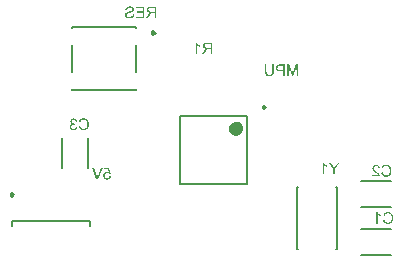
<source format=gbo>
G04*
G04 #@! TF.GenerationSoftware,Altium Limited,Altium Designer,23.7.1 (13)*
G04*
G04 Layer_Color=32896*
%FSLAX25Y25*%
%MOIN*%
G70*
G04*
G04 #@! TF.SameCoordinates,2AD03240-4C21-4CDD-82D0-605F0999EC7E*
G04*
G04*
G04 #@! TF.FilePolarity,Positive*
G04*
G01*
G75*
%ADD10C,0.00787*%
%ADD12C,0.00984*%
%ADD60C,0.02362*%
G36*
X35547Y53078D02*
X35103Y53016D01*
X35064Y53078D01*
X35014Y53127D01*
X34969Y53177D01*
X34925Y53216D01*
X34881Y53244D01*
X34847Y53272D01*
X34825Y53283D01*
X34820Y53288D01*
X34747Y53322D01*
X34675Y53349D01*
X34609Y53366D01*
X34542Y53383D01*
X34487Y53388D01*
X34442Y53394D01*
X34337D01*
X34270Y53383D01*
X34154Y53355D01*
X34054Y53316D01*
X33965Y53277D01*
X33898Y53233D01*
X33848Y53194D01*
X33821Y53166D01*
X33810Y53161D01*
Y53155D01*
X33732Y53061D01*
X33676Y52961D01*
X33637Y52855D01*
X33610Y52750D01*
X33593Y52661D01*
X33588Y52622D01*
Y52589D01*
X33582Y52561D01*
Y52539D01*
Y52528D01*
Y52522D01*
Y52445D01*
X33593Y52373D01*
X33621Y52234D01*
X33660Y52117D01*
X33698Y52023D01*
X33743Y51945D01*
X33782Y51884D01*
X33798Y51868D01*
X33810Y51851D01*
X33815Y51845D01*
X33821Y51840D01*
X33865Y51795D01*
X33909Y51757D01*
X34009Y51690D01*
X34104Y51646D01*
X34198Y51618D01*
X34276Y51596D01*
X34342Y51590D01*
X34365Y51585D01*
X34398D01*
X34503Y51590D01*
X34598Y51612D01*
X34681Y51640D01*
X34747Y51673D01*
X34808Y51707D01*
X34853Y51734D01*
X34875Y51757D01*
X34886Y51762D01*
X34953Y51840D01*
X35008Y51923D01*
X35053Y52017D01*
X35086Y52101D01*
X35108Y52184D01*
X35125Y52245D01*
X35130Y52273D01*
X35136Y52289D01*
Y52301D01*
Y52306D01*
X35630Y52267D01*
X35619Y52178D01*
X35602Y52095D01*
X35552Y51940D01*
X35491Y51806D01*
X35458Y51745D01*
X35425Y51696D01*
X35397Y51646D01*
X35364Y51601D01*
X35336Y51568D01*
X35308Y51540D01*
X35286Y51518D01*
X35275Y51496D01*
X35264Y51490D01*
X35258Y51485D01*
X35192Y51435D01*
X35125Y51390D01*
X35053Y51351D01*
X34981Y51318D01*
X34842Y51268D01*
X34703Y51235D01*
X34642Y51218D01*
X34581Y51213D01*
X34531Y51207D01*
X34487Y51202D01*
X34448Y51196D01*
X34398D01*
X34281Y51202D01*
X34170Y51218D01*
X34065Y51240D01*
X33970Y51268D01*
X33882Y51307D01*
X33798Y51346D01*
X33721Y51385D01*
X33654Y51429D01*
X33593Y51473D01*
X33538Y51512D01*
X33493Y51557D01*
X33454Y51590D01*
X33427Y51618D01*
X33404Y51640D01*
X33393Y51657D01*
X33388Y51662D01*
X33332Y51734D01*
X33288Y51812D01*
X33243Y51884D01*
X33210Y51962D01*
X33155Y52112D01*
X33121Y52256D01*
X33110Y52317D01*
X33099Y52378D01*
X33094Y52428D01*
X33088Y52473D01*
X33083Y52511D01*
Y52539D01*
Y52556D01*
Y52561D01*
X33088Y52661D01*
X33099Y52756D01*
X33116Y52850D01*
X33138Y52933D01*
X33166Y53011D01*
X33193Y53089D01*
X33227Y53155D01*
X33255Y53216D01*
X33288Y53272D01*
X33321Y53322D01*
X33349Y53360D01*
X33377Y53399D01*
X33399Y53427D01*
X33415Y53444D01*
X33427Y53455D01*
X33432Y53460D01*
X33499Y53522D01*
X33565Y53577D01*
X33637Y53621D01*
X33710Y53660D01*
X33782Y53699D01*
X33854Y53727D01*
X33987Y53766D01*
X34048Y53782D01*
X34104Y53793D01*
X34154Y53799D01*
X34198Y53804D01*
X34231Y53810D01*
X34353D01*
X34420Y53799D01*
X34553Y53771D01*
X34675Y53732D01*
X34786Y53688D01*
X34875Y53644D01*
X34914Y53621D01*
X34947Y53605D01*
X34975Y53588D01*
X34992Y53577D01*
X35003Y53571D01*
X35008Y53566D01*
X34803Y54604D01*
X33266D01*
Y55053D01*
X35175D01*
X35547Y53078D01*
D02*
G37*
G36*
X31362Y51263D02*
X30829D01*
X29331Y55103D01*
X29847D01*
X30890Y52312D01*
X30935Y52195D01*
X30974Y52084D01*
X31007Y51979D01*
X31034Y51884D01*
X31062Y51801D01*
X31079Y51740D01*
X31084Y51718D01*
X31090Y51701D01*
X31096Y51690D01*
Y51684D01*
X31162Y51906D01*
X31196Y52012D01*
X31229Y52106D01*
X31256Y52189D01*
X31268Y52223D01*
X31273Y52256D01*
X31284Y52278D01*
X31290Y52295D01*
X31295Y52306D01*
Y52312D01*
X32294Y55103D01*
X32849D01*
X31362Y51263D01*
D02*
G37*
G36*
X124139Y56065D02*
X124233Y56060D01*
X124322Y56043D01*
X124405Y56026D01*
X124483Y56004D01*
X124555Y55982D01*
X124622Y55954D01*
X124683Y55927D01*
X124738Y55899D01*
X124783Y55871D01*
X124821Y55849D01*
X124855Y55827D01*
X124883Y55810D01*
X124899Y55793D01*
X124910Y55788D01*
X124916Y55782D01*
X124971Y55727D01*
X125021Y55666D01*
X125071Y55599D01*
X125110Y55532D01*
X125177Y55399D01*
X125221Y55266D01*
X125238Y55205D01*
X125254Y55144D01*
X125266Y55094D01*
X125277Y55050D01*
X125282Y55011D01*
Y54983D01*
X125288Y54966D01*
Y54961D01*
X124805Y54911D01*
X124794Y55038D01*
X124772Y55150D01*
X124738Y55249D01*
X124699Y55327D01*
X124666Y55394D01*
X124633Y55438D01*
X124611Y55466D01*
X124600Y55477D01*
X124516Y55544D01*
X124427Y55594D01*
X124333Y55632D01*
X124250Y55655D01*
X124172Y55671D01*
X124106Y55677D01*
X124083Y55682D01*
X124050D01*
X123933Y55677D01*
X123828Y55655D01*
X123739Y55621D01*
X123662Y55588D01*
X123600Y55549D01*
X123562Y55521D01*
X123534Y55499D01*
X123523Y55488D01*
X123456Y55410D01*
X123406Y55333D01*
X123367Y55255D01*
X123345Y55177D01*
X123329Y55116D01*
X123323Y55061D01*
X123318Y55027D01*
Y55022D01*
Y55016D01*
X123329Y54916D01*
X123351Y54811D01*
X123390Y54717D01*
X123428Y54628D01*
X123473Y54556D01*
X123512Y54495D01*
X123523Y54472D01*
X123534Y54456D01*
X123545Y54450D01*
Y54445D01*
X123589Y54384D01*
X123645Y54323D01*
X123706Y54256D01*
X123773Y54189D01*
X123911Y54056D01*
X124050Y53923D01*
X124122Y53862D01*
X124183Y53806D01*
X124244Y53756D01*
X124294Y53712D01*
X124333Y53679D01*
X124366Y53651D01*
X124389Y53634D01*
X124394Y53629D01*
X124533Y53512D01*
X124661Y53401D01*
X124766Y53301D01*
X124849Y53218D01*
X124921Y53146D01*
X124971Y53096D01*
X124999Y53063D01*
X125010Y53057D01*
Y53052D01*
X125088Y52957D01*
X125149Y52868D01*
X125205Y52780D01*
X125249Y52702D01*
X125282Y52635D01*
X125304Y52585D01*
X125315Y52552D01*
X125321Y52547D01*
Y52541D01*
X125343Y52480D01*
X125354Y52425D01*
X125365Y52369D01*
X125371Y52319D01*
X125376Y52275D01*
Y52241D01*
Y52219D01*
Y52214D01*
X122829D01*
Y52669D01*
X124722D01*
X124655Y52763D01*
X124622Y52802D01*
X124594Y52841D01*
X124566Y52874D01*
X124544Y52896D01*
X124527Y52913D01*
X124522Y52918D01*
X124494Y52946D01*
X124461Y52974D01*
X124383Y53046D01*
X124294Y53129D01*
X124200Y53213D01*
X124111Y53285D01*
X124072Y53318D01*
X124039Y53351D01*
X124011Y53373D01*
X123989Y53390D01*
X123978Y53401D01*
X123972Y53407D01*
X123884Y53484D01*
X123795Y53557D01*
X123717Y53629D01*
X123645Y53690D01*
X123578Y53751D01*
X123523Y53806D01*
X123467Y53856D01*
X123423Y53901D01*
X123379Y53945D01*
X123345Y53979D01*
X123318Y54006D01*
X123290Y54034D01*
X123262Y54067D01*
X123251Y54078D01*
X123173Y54173D01*
X123107Y54256D01*
X123051Y54339D01*
X123007Y54406D01*
X122973Y54467D01*
X122951Y54511D01*
X122940Y54539D01*
X122934Y54550D01*
X122901Y54633D01*
X122879Y54717D01*
X122857Y54794D01*
X122846Y54861D01*
X122840Y54922D01*
X122835Y54966D01*
Y54994D01*
Y55005D01*
X122840Y55089D01*
X122851Y55166D01*
X122862Y55244D01*
X122885Y55310D01*
X122940Y55444D01*
X122996Y55549D01*
X123029Y55599D01*
X123057Y55638D01*
X123084Y55677D01*
X123112Y55704D01*
X123134Y55727D01*
X123145Y55749D01*
X123156Y55755D01*
X123162Y55760D01*
X123223Y55816D01*
X123290Y55866D01*
X123362Y55904D01*
X123434Y55938D01*
X123578Y55993D01*
X123723Y56032D01*
X123784Y56043D01*
X123845Y56054D01*
X123900Y56060D01*
X123945Y56065D01*
X123984Y56071D01*
X124039D01*
X124139Y56065D01*
D02*
G37*
G36*
X127513Y56110D02*
X127691Y56082D01*
X127846Y56049D01*
X127918Y56026D01*
X127985Y56004D01*
X128046Y55982D01*
X128102Y55960D01*
X128146Y55943D01*
X128190Y55927D01*
X128218Y55910D01*
X128240Y55899D01*
X128257Y55893D01*
X128262Y55888D01*
X128412Y55793D01*
X128540Y55682D01*
X128651Y55571D01*
X128745Y55460D01*
X128817Y55360D01*
X128845Y55316D01*
X128867Y55277D01*
X128890Y55249D01*
X128901Y55227D01*
X128906Y55211D01*
X128912Y55205D01*
X128990Y55033D01*
X129045Y54855D01*
X129084Y54678D01*
X129112Y54517D01*
X129123Y54445D01*
X129128Y54373D01*
X129134Y54317D01*
Y54261D01*
X129139Y54223D01*
Y54189D01*
Y54167D01*
Y54162D01*
X129128Y53962D01*
X129106Y53768D01*
X129078Y53596D01*
X129056Y53512D01*
X129040Y53440D01*
X129023Y53373D01*
X129001Y53312D01*
X128984Y53257D01*
X128973Y53213D01*
X128956Y53179D01*
X128951Y53152D01*
X128940Y53135D01*
Y53129D01*
X128856Y52963D01*
X128762Y52813D01*
X128662Y52685D01*
X128612Y52635D01*
X128568Y52585D01*
X128523Y52541D01*
X128479Y52502D01*
X128440Y52469D01*
X128407Y52447D01*
X128385Y52425D01*
X128362Y52408D01*
X128351Y52402D01*
X128346Y52397D01*
X128268Y52352D01*
X128190Y52314D01*
X128024Y52252D01*
X127857Y52208D01*
X127696Y52180D01*
X127619Y52169D01*
X127552Y52158D01*
X127491Y52153D01*
X127441D01*
X127397Y52147D01*
X127336D01*
X127225Y52153D01*
X127119Y52164D01*
X127019Y52175D01*
X126925Y52197D01*
X126836Y52225D01*
X126753Y52252D01*
X126675Y52280D01*
X126603Y52314D01*
X126542Y52341D01*
X126481Y52369D01*
X126437Y52397D01*
X126392Y52425D01*
X126364Y52447D01*
X126337Y52458D01*
X126326Y52469D01*
X126320Y52474D01*
X126242Y52541D01*
X126176Y52608D01*
X126115Y52685D01*
X126054Y52763D01*
X125954Y52918D01*
X125876Y53074D01*
X125843Y53146D01*
X125815Y53213D01*
X125793Y53274D01*
X125776Y53324D01*
X125759Y53368D01*
X125748Y53401D01*
X125743Y53424D01*
Y53429D01*
X126253Y53557D01*
X126276Y53468D01*
X126303Y53385D01*
X126331Y53307D01*
X126359Y53235D01*
X126392Y53168D01*
X126426Y53113D01*
X126464Y53057D01*
X126498Y53007D01*
X126525Y52963D01*
X126559Y52930D01*
X126586Y52896D01*
X126609Y52868D01*
X126631Y52852D01*
X126647Y52835D01*
X126653Y52830D01*
X126659Y52824D01*
X126714Y52780D01*
X126775Y52746D01*
X126897Y52685D01*
X127014Y52641D01*
X127130Y52613D01*
X127230Y52591D01*
X127269Y52585D01*
X127308D01*
X127341Y52580D01*
X127380D01*
X127508Y52585D01*
X127630Y52608D01*
X127741Y52635D01*
X127841Y52669D01*
X127918Y52702D01*
X127952Y52719D01*
X127980Y52730D01*
X128002Y52741D01*
X128018Y52752D01*
X128029Y52758D01*
X128035D01*
X128140Y52835D01*
X128229Y52918D01*
X128307Y53013D01*
X128368Y53102D01*
X128418Y53179D01*
X128451Y53246D01*
X128462Y53274D01*
X128473Y53290D01*
X128479Y53301D01*
Y53307D01*
X128523Y53451D01*
X128557Y53596D01*
X128584Y53740D01*
X128601Y53873D01*
X128607Y53934D01*
X128612Y53990D01*
Y54040D01*
X128618Y54078D01*
Y54112D01*
Y54139D01*
Y54156D01*
Y54162D01*
X128612Y54306D01*
X128601Y54439D01*
X128579Y54561D01*
X128557Y54672D01*
X128540Y54767D01*
X128529Y54805D01*
X128518Y54839D01*
X128512Y54866D01*
X128507Y54883D01*
X128501Y54894D01*
Y54900D01*
X128446Y55027D01*
X128385Y55144D01*
X128318Y55238D01*
X128246Y55322D01*
X128185Y55388D01*
X128135Y55433D01*
X128096Y55460D01*
X128091Y55471D01*
X128085D01*
X127968Y55544D01*
X127841Y55599D01*
X127719Y55638D01*
X127602Y55660D01*
X127497Y55677D01*
X127452Y55682D01*
X127413D01*
X127386Y55688D01*
X127341D01*
X127202Y55682D01*
X127075Y55660D01*
X126969Y55627D01*
X126875Y55594D01*
X126803Y55555D01*
X126747Y55527D01*
X126714Y55505D01*
X126703Y55494D01*
X126614Y55410D01*
X126531Y55316D01*
X126464Y55216D01*
X126409Y55116D01*
X126364Y55027D01*
X126348Y54983D01*
X126337Y54950D01*
X126326Y54922D01*
X126314Y54900D01*
X126309Y54889D01*
Y54883D01*
X125809Y55000D01*
X125843Y55100D01*
X125876Y55188D01*
X125920Y55272D01*
X125959Y55355D01*
X126004Y55427D01*
X126054Y55494D01*
X126098Y55560D01*
X126142Y55616D01*
X126187Y55660D01*
X126226Y55704D01*
X126265Y55743D01*
X126292Y55771D01*
X126320Y55799D01*
X126342Y55816D01*
X126353Y55821D01*
X126359Y55827D01*
X126437Y55877D01*
X126514Y55927D01*
X126592Y55965D01*
X126675Y55999D01*
X126842Y56049D01*
X126992Y56082D01*
X127064Y56099D01*
X127125Y56104D01*
X127186Y56110D01*
X127236Y56115D01*
X127275Y56121D01*
X127330D01*
X127513Y56110D01*
D02*
G37*
G36*
X124527Y40228D02*
X124588Y40140D01*
X124660Y40051D01*
X124726Y39973D01*
X124793Y39906D01*
X124843Y39851D01*
X124865Y39834D01*
X124882Y39818D01*
X124887Y39812D01*
X124893Y39807D01*
X125009Y39712D01*
X125126Y39623D01*
X125237Y39546D01*
X125348Y39485D01*
X125442Y39429D01*
X125481Y39407D01*
X125514Y39390D01*
X125542Y39374D01*
X125564Y39368D01*
X125575Y39357D01*
X125581D01*
Y38902D01*
X125498Y38935D01*
X125415Y38974D01*
X125331Y39013D01*
X125253Y39052D01*
X125187Y39085D01*
X125131Y39113D01*
X125098Y39135D01*
X125093Y39141D01*
X125087D01*
X124987Y39202D01*
X124898Y39263D01*
X124821Y39318D01*
X124760Y39368D01*
X124704Y39407D01*
X124671Y39440D01*
X124643Y39463D01*
X124637Y39468D01*
Y36465D01*
X124166D01*
Y40323D01*
X124471D01*
X124527Y40228D01*
D02*
G37*
G36*
X128145Y40362D02*
X128323Y40334D01*
X128478Y40301D01*
X128550Y40278D01*
X128617Y40256D01*
X128678Y40234D01*
X128733Y40212D01*
X128778Y40195D01*
X128822Y40178D01*
X128850Y40162D01*
X128872Y40151D01*
X128889Y40145D01*
X128894Y40140D01*
X129044Y40045D01*
X129172Y39934D01*
X129283Y39823D01*
X129377Y39712D01*
X129449Y39612D01*
X129477Y39568D01*
X129499Y39529D01*
X129522Y39501D01*
X129533Y39479D01*
X129538Y39463D01*
X129544Y39457D01*
X129621Y39285D01*
X129677Y39107D01*
X129716Y38930D01*
X129744Y38769D01*
X129755Y38697D01*
X129760Y38625D01*
X129766Y38569D01*
Y38513D01*
X129771Y38475D01*
Y38441D01*
Y38419D01*
Y38414D01*
X129760Y38214D01*
X129738Y38019D01*
X129710Y37848D01*
X129688Y37764D01*
X129671Y37692D01*
X129655Y37626D01*
X129632Y37564D01*
X129616Y37509D01*
X129605Y37464D01*
X129588Y37431D01*
X129583Y37404D01*
X129571Y37387D01*
Y37381D01*
X129488Y37215D01*
X129394Y37065D01*
X129294Y36937D01*
X129244Y36887D01*
X129200Y36837D01*
X129155Y36793D01*
X129111Y36754D01*
X129072Y36721D01*
X129039Y36699D01*
X129016Y36676D01*
X128994Y36660D01*
X128983Y36654D01*
X128978Y36649D01*
X128900Y36604D01*
X128822Y36565D01*
X128656Y36504D01*
X128489Y36460D01*
X128328Y36432D01*
X128251Y36421D01*
X128184Y36410D01*
X128123Y36404D01*
X128073D01*
X128029Y36399D01*
X127968D01*
X127857Y36404D01*
X127751Y36416D01*
X127651Y36427D01*
X127557Y36449D01*
X127468Y36477D01*
X127385Y36504D01*
X127307Y36532D01*
X127235Y36565D01*
X127174Y36593D01*
X127113Y36621D01*
X127068Y36649D01*
X127024Y36676D01*
X126996Y36699D01*
X126969Y36710D01*
X126957Y36721D01*
X126952Y36726D01*
X126874Y36793D01*
X126807Y36860D01*
X126746Y36937D01*
X126685Y37015D01*
X126585Y37170D01*
X126508Y37326D01*
X126474Y37398D01*
X126447Y37464D01*
X126425Y37526D01*
X126408Y37576D01*
X126391Y37620D01*
X126380Y37653D01*
X126375Y37675D01*
Y37681D01*
X126885Y37809D01*
X126907Y37720D01*
X126935Y37637D01*
X126963Y37559D01*
X126991Y37487D01*
X127024Y37420D01*
X127057Y37365D01*
X127096Y37309D01*
X127129Y37259D01*
X127157Y37215D01*
X127190Y37181D01*
X127218Y37148D01*
X127241Y37120D01*
X127263Y37104D01*
X127279Y37087D01*
X127285Y37082D01*
X127290Y37076D01*
X127346Y37032D01*
X127407Y36998D01*
X127529Y36937D01*
X127646Y36893D01*
X127762Y36865D01*
X127862Y36843D01*
X127901Y36837D01*
X127940D01*
X127973Y36832D01*
X128012D01*
X128140Y36837D01*
X128262Y36860D01*
X128373Y36887D01*
X128473Y36921D01*
X128550Y36954D01*
X128584Y36971D01*
X128611Y36982D01*
X128633Y36993D01*
X128650Y37004D01*
X128661Y37009D01*
X128667D01*
X128772Y37087D01*
X128861Y37170D01*
X128939Y37265D01*
X129000Y37354D01*
X129050Y37431D01*
X129083Y37498D01*
X129094Y37526D01*
X129105Y37542D01*
X129111Y37553D01*
Y37559D01*
X129155Y37703D01*
X129189Y37848D01*
X129216Y37992D01*
X129233Y38125D01*
X129238Y38186D01*
X129244Y38241D01*
Y38291D01*
X129250Y38330D01*
Y38364D01*
Y38391D01*
Y38408D01*
Y38414D01*
X129244Y38558D01*
X129233Y38691D01*
X129211Y38813D01*
X129189Y38924D01*
X129172Y39018D01*
X129161Y39057D01*
X129150Y39091D01*
X129144Y39118D01*
X129139Y39135D01*
X129133Y39146D01*
Y39152D01*
X129077Y39279D01*
X129016Y39396D01*
X128950Y39490D01*
X128878Y39573D01*
X128817Y39640D01*
X128767Y39685D01*
X128728Y39712D01*
X128722Y39723D01*
X128717D01*
X128600Y39796D01*
X128473Y39851D01*
X128350Y39890D01*
X128234Y39912D01*
X128128Y39929D01*
X128084Y39934D01*
X128045D01*
X128017Y39940D01*
X127973D01*
X127834Y39934D01*
X127707Y39912D01*
X127601Y39879D01*
X127507Y39845D01*
X127435Y39807D01*
X127379Y39779D01*
X127346Y39757D01*
X127335Y39746D01*
X127246Y39662D01*
X127163Y39568D01*
X127096Y39468D01*
X127041Y39368D01*
X126996Y39279D01*
X126980Y39235D01*
X126969Y39202D01*
X126957Y39174D01*
X126946Y39152D01*
X126941Y39141D01*
Y39135D01*
X126441Y39252D01*
X126474Y39351D01*
X126508Y39440D01*
X126552Y39524D01*
X126591Y39607D01*
X126636Y39679D01*
X126685Y39746D01*
X126730Y39812D01*
X126774Y39868D01*
X126819Y39912D01*
X126857Y39957D01*
X126896Y39995D01*
X126924Y40023D01*
X126952Y40051D01*
X126974Y40067D01*
X126985Y40073D01*
X126991Y40079D01*
X127068Y40128D01*
X127146Y40178D01*
X127224Y40217D01*
X127307Y40251D01*
X127474Y40301D01*
X127623Y40334D01*
X127696Y40350D01*
X127757Y40356D01*
X127818Y40362D01*
X127868Y40367D01*
X127906Y40373D01*
X127962D01*
X128145Y40362D01*
D02*
G37*
G36*
X50708Y104997D02*
X50197D01*
Y106701D01*
X49543D01*
X49482Y106695D01*
X49437D01*
X49398Y106690D01*
X49371Y106684D01*
X49348D01*
X49337Y106678D01*
X49332D01*
X49243Y106651D01*
X49204Y106634D01*
X49171Y106617D01*
X49137Y106601D01*
X49115Y106590D01*
X49104Y106584D01*
X49099Y106579D01*
X49054Y106545D01*
X49010Y106507D01*
X48927Y106423D01*
X48888Y106384D01*
X48860Y106351D01*
X48843Y106329D01*
X48838Y106323D01*
X48782Y106246D01*
X48721Y106162D01*
X48660Y106074D01*
X48599Y105990D01*
X48549Y105913D01*
X48510Y105852D01*
X48494Y105829D01*
X48483Y105813D01*
X48472Y105802D01*
Y105796D01*
X47966Y104997D01*
X47334D01*
X47994Y106040D01*
X48072Y106151D01*
X48144Y106251D01*
X48216Y106334D01*
X48277Y106412D01*
X48333Y106468D01*
X48377Y106512D01*
X48405Y106540D01*
X48416Y106551D01*
X48460Y106584D01*
X48510Y106623D01*
X48610Y106684D01*
X48655Y106706D01*
X48688Y106728D01*
X48710Y106740D01*
X48721Y106745D01*
X48621Y106762D01*
X48527Y106778D01*
X48444Y106806D01*
X48360Y106828D01*
X48288Y106856D01*
X48222Y106889D01*
X48161Y106917D01*
X48105Y106945D01*
X48061Y106978D01*
X48016Y107006D01*
X47983Y107028D01*
X47955Y107050D01*
X47933Y107067D01*
X47916Y107084D01*
X47911Y107089D01*
X47905Y107095D01*
X47861Y107150D01*
X47817Y107206D01*
X47750Y107322D01*
X47706Y107439D01*
X47672Y107550D01*
X47650Y107644D01*
X47644Y107683D01*
Y107722D01*
X47639Y107750D01*
Y107772D01*
Y107783D01*
Y107789D01*
X47644Y107905D01*
X47661Y108010D01*
X47689Y108110D01*
X47717Y108194D01*
X47750Y108266D01*
X47772Y108321D01*
X47794Y108355D01*
X47800Y108360D01*
Y108366D01*
X47866Y108455D01*
X47933Y108532D01*
X48005Y108599D01*
X48072Y108649D01*
X48133Y108688D01*
X48183Y108710D01*
X48216Y108727D01*
X48222Y108732D01*
X48227D01*
X48277Y108749D01*
X48338Y108765D01*
X48460Y108793D01*
X48594Y108810D01*
X48716Y108826D01*
X48832Y108832D01*
X48882D01*
X48927Y108837D01*
X50708D01*
Y104997D01*
D02*
G37*
G36*
X46834D02*
X43965D01*
Y105452D01*
X46324D01*
Y106756D01*
X44198D01*
Y107211D01*
X46324D01*
Y108382D01*
X44054D01*
Y108837D01*
X46834D01*
Y104997D01*
D02*
G37*
G36*
X42083Y108898D02*
X42211Y108882D01*
X42333Y108860D01*
X42439Y108837D01*
X42522Y108815D01*
X42561Y108804D01*
X42588Y108793D01*
X42611Y108782D01*
X42627Y108776D01*
X42638Y108771D01*
X42644D01*
X42755Y108715D01*
X42855Y108654D01*
X42938Y108588D01*
X43005Y108527D01*
X43055Y108471D01*
X43093Y108427D01*
X43121Y108394D01*
X43127Y108388D01*
Y108382D01*
X43182Y108288D01*
X43221Y108194D01*
X43249Y108099D01*
X43266Y108016D01*
X43277Y107944D01*
X43288Y107888D01*
Y107866D01*
Y107850D01*
Y107844D01*
Y107838D01*
X43282Y107744D01*
X43266Y107655D01*
X43243Y107572D01*
X43221Y107500D01*
X43199Y107444D01*
X43177Y107400D01*
X43160Y107372D01*
X43155Y107361D01*
X43099Y107283D01*
X43033Y107211D01*
X42966Y107150D01*
X42899Y107100D01*
X42844Y107056D01*
X42794Y107028D01*
X42761Y107006D01*
X42755Y107000D01*
X42749D01*
X42705Y106978D01*
X42655Y106956D01*
X42544Y106917D01*
X42416Y106878D01*
X42294Y106840D01*
X42183Y106806D01*
X42133Y106795D01*
X42089Y106784D01*
X42056Y106773D01*
X42028Y106767D01*
X42011Y106762D01*
X42006D01*
X41911Y106740D01*
X41823Y106717D01*
X41745Y106695D01*
X41678Y106678D01*
X41612Y106662D01*
X41556Y106645D01*
X41506Y106634D01*
X41467Y106617D01*
X41429Y106606D01*
X41401Y106601D01*
X41356Y106584D01*
X41329Y106579D01*
X41323Y106573D01*
X41240Y106540D01*
X41168Y106501D01*
X41107Y106462D01*
X41062Y106429D01*
X41023Y106395D01*
X41001Y106373D01*
X40984Y106357D01*
X40979Y106351D01*
X40940Y106301D01*
X40912Y106246D01*
X40896Y106190D01*
X40879Y106146D01*
X40874Y106101D01*
X40868Y106068D01*
Y106040D01*
Y106035D01*
X40874Y105968D01*
X40885Y105907D01*
X40901Y105852D01*
X40924Y105807D01*
X40946Y105763D01*
X40962Y105735D01*
X40973Y105713D01*
X40979Y105707D01*
X41023Y105652D01*
X41079Y105607D01*
X41134Y105569D01*
X41184Y105530D01*
X41234Y105508D01*
X41273Y105485D01*
X41301Y105474D01*
X41312Y105469D01*
X41395Y105441D01*
X41484Y105419D01*
X41573Y105408D01*
X41651Y105396D01*
X41717Y105391D01*
X41773Y105385D01*
X41823D01*
X41945Y105391D01*
X42056Y105402D01*
X42156Y105419D01*
X42244Y105441D01*
X42316Y105463D01*
X42372Y105480D01*
X42389Y105485D01*
X42405Y105491D01*
X42411Y105496D01*
X42416D01*
X42505Y105541D01*
X42588Y105591D01*
X42649Y105641D01*
X42705Y105691D01*
X42749Y105729D01*
X42777Y105768D01*
X42794Y105790D01*
X42799Y105796D01*
X42838Y105868D01*
X42877Y105946D01*
X42899Y106029D01*
X42922Y106101D01*
X42938Y106174D01*
X42949Y106223D01*
Y106246D01*
X42955Y106262D01*
Y106268D01*
Y106273D01*
X43432Y106229D01*
X43421Y106090D01*
X43399Y105957D01*
X43365Y105841D01*
X43327Y105735D01*
X43288Y105652D01*
X43271Y105619D01*
X43260Y105591D01*
X43243Y105569D01*
X43238Y105552D01*
X43227Y105541D01*
Y105535D01*
X43143Y105430D01*
X43055Y105335D01*
X42960Y105258D01*
X42871Y105191D01*
X42794Y105141D01*
X42727Y105108D01*
X42705Y105097D01*
X42688Y105086D01*
X42677Y105080D01*
X42672D01*
X42533Y105030D01*
X42389Y104991D01*
X42244Y104969D01*
X42106Y104947D01*
X42039Y104941D01*
X41984Y104936D01*
X41934D01*
X41889Y104930D01*
X41800D01*
X41651Y104936D01*
X41512Y104953D01*
X41384Y104980D01*
X41279Y105008D01*
X41190Y105030D01*
X41151Y105047D01*
X41118Y105058D01*
X41096Y105069D01*
X41079Y105075D01*
X41068Y105080D01*
X41062D01*
X40946Y105141D01*
X40846Y105208D01*
X40757Y105280D01*
X40685Y105347D01*
X40629Y105402D01*
X40591Y105452D01*
X40563Y105485D01*
X40557Y105491D01*
Y105496D01*
X40496Y105602D01*
X40452Y105702D01*
X40424Y105796D01*
X40402Y105885D01*
X40391Y105963D01*
X40380Y106024D01*
Y106046D01*
Y106062D01*
Y106068D01*
Y106074D01*
X40385Y106185D01*
X40402Y106290D01*
X40429Y106384D01*
X40457Y106462D01*
X40491Y106529D01*
X40513Y106579D01*
X40535Y106606D01*
X40541Y106617D01*
X40607Y106701D01*
X40685Y106778D01*
X40768Y106845D01*
X40851Y106906D01*
X40924Y106950D01*
X40984Y106984D01*
X41007Y106995D01*
X41023Y107006D01*
X41034Y107011D01*
X41040D01*
X41084Y107034D01*
X41140Y107050D01*
X41201Y107073D01*
X41268Y107095D01*
X41406Y107134D01*
X41551Y107173D01*
X41617Y107189D01*
X41678Y107206D01*
X41739Y107222D01*
X41789Y107234D01*
X41828Y107245D01*
X41861Y107250D01*
X41884Y107256D01*
X41889D01*
X42000Y107283D01*
X42100Y107306D01*
X42189Y107333D01*
X42267Y107356D01*
X42339Y107383D01*
X42400Y107406D01*
X42455Y107428D01*
X42505Y107444D01*
X42544Y107467D01*
X42577Y107483D01*
X42600Y107494D01*
X42622Y107511D01*
X42649Y107528D01*
X42655Y107533D01*
X42705Y107589D01*
X42738Y107644D01*
X42766Y107700D01*
X42783Y107755D01*
X42794Y107800D01*
X42799Y107838D01*
Y107861D01*
Y107872D01*
X42788Y107961D01*
X42766Y108038D01*
X42733Y108105D01*
X42694Y108166D01*
X42661Y108210D01*
X42627Y108249D01*
X42605Y108271D01*
X42594Y108277D01*
X42550Y108305D01*
X42505Y108332D01*
X42400Y108377D01*
X42289Y108405D01*
X42178Y108427D01*
X42078Y108438D01*
X42033Y108443D01*
X42000Y108449D01*
X41923D01*
X41767Y108443D01*
X41628Y108421D01*
X41517Y108388D01*
X41423Y108355D01*
X41351Y108321D01*
X41295Y108288D01*
X41268Y108266D01*
X41256Y108260D01*
X41179Y108183D01*
X41118Y108099D01*
X41068Y108010D01*
X41034Y107922D01*
X41012Y107838D01*
X40996Y107777D01*
X40990Y107750D01*
X40984Y107733D01*
Y107722D01*
Y107716D01*
X40496Y107755D01*
X40507Y107877D01*
X40535Y107988D01*
X40563Y108094D01*
X40602Y108183D01*
X40635Y108255D01*
X40663Y108310D01*
X40674Y108327D01*
X40685Y108344D01*
X40690Y108349D01*
Y108355D01*
X40762Y108449D01*
X40840Y108532D01*
X40924Y108604D01*
X41007Y108660D01*
X41079Y108710D01*
X41134Y108738D01*
X41157Y108749D01*
X41173Y108760D01*
X41184Y108765D01*
X41190D01*
X41312Y108810D01*
X41445Y108843D01*
X41567Y108871D01*
X41684Y108887D01*
X41789Y108898D01*
X41828D01*
X41867Y108904D01*
X41939D01*
X42083Y108898D01*
D02*
G37*
G36*
X106601Y56760D02*
X106662Y56671D01*
X106734Y56582D01*
X106801Y56504D01*
X106867Y56438D01*
X106917Y56382D01*
X106939Y56366D01*
X106956Y56349D01*
X106962Y56343D01*
X106967Y56338D01*
X107084Y56243D01*
X107200Y56155D01*
X107311Y56077D01*
X107422Y56016D01*
X107517Y55960D01*
X107555Y55938D01*
X107589Y55922D01*
X107617Y55905D01*
X107639Y55899D01*
X107650Y55888D01*
X107655D01*
Y55433D01*
X107572Y55467D01*
X107489Y55505D01*
X107406Y55544D01*
X107328Y55583D01*
X107261Y55616D01*
X107206Y55644D01*
X107173Y55666D01*
X107167Y55672D01*
X107161D01*
X107062Y55733D01*
X106973Y55794D01*
X106895Y55849D01*
X106834Y55899D01*
X106779Y55938D01*
X106745Y55971D01*
X106718Y55994D01*
X106712Y55999D01*
Y52997D01*
X106240D01*
Y56854D01*
X106545D01*
X106601Y56760D01*
D02*
G37*
G36*
X110325Y54623D02*
Y52997D01*
X109814D01*
Y54623D01*
X108282Y56837D01*
X108876D01*
X109615Y55705D01*
X109703Y55566D01*
X109787Y55439D01*
X109859Y55322D01*
X109920Y55222D01*
X109970Y55139D01*
X109992Y55106D01*
X110009Y55078D01*
X110025Y55056D01*
X110036Y55039D01*
X110042Y55028D01*
Y55023D01*
X110108Y55145D01*
X110181Y55261D01*
X110247Y55372D01*
X110308Y55472D01*
X110358Y55555D01*
X110380Y55589D01*
X110403Y55616D01*
X110414Y55638D01*
X110425Y55655D01*
X110436Y55666D01*
Y55672D01*
X111191Y56837D01*
X111807D01*
X110325Y54623D01*
D02*
G37*
G36*
X64315Y96760D02*
X64376Y96671D01*
X64448Y96582D01*
X64515Y96504D01*
X64581Y96438D01*
X64631Y96382D01*
X64653Y96366D01*
X64670Y96349D01*
X64676Y96343D01*
X64681Y96338D01*
X64798Y96244D01*
X64914Y96155D01*
X65025Y96077D01*
X65136Y96016D01*
X65231Y95960D01*
X65270Y95938D01*
X65303Y95922D01*
X65331Y95905D01*
X65353Y95899D01*
X65364Y95888D01*
X65369D01*
Y95433D01*
X65286Y95467D01*
X65203Y95505D01*
X65120Y95544D01*
X65042Y95583D01*
X64975Y95616D01*
X64920Y95644D01*
X64887Y95666D01*
X64881Y95672D01*
X64876D01*
X64776Y95733D01*
X64687Y95794D01*
X64609Y95849D01*
X64548Y95899D01*
X64492Y95938D01*
X64459Y95972D01*
X64432Y95994D01*
X64426Y95999D01*
Y92997D01*
X63954D01*
Y96854D01*
X64259D01*
X64315Y96760D01*
D02*
G37*
G36*
X69404Y92997D02*
X68894D01*
Y94701D01*
X68239D01*
X68178Y94695D01*
X68133D01*
X68094Y94690D01*
X68067Y94684D01*
X68045D01*
X68033Y94678D01*
X68028D01*
X67939Y94651D01*
X67900Y94634D01*
X67867Y94617D01*
X67834Y94601D01*
X67811Y94590D01*
X67800Y94584D01*
X67795Y94578D01*
X67750Y94545D01*
X67706Y94506D01*
X67623Y94423D01*
X67584Y94384D01*
X67556Y94351D01*
X67540Y94329D01*
X67534Y94323D01*
X67478Y94245D01*
X67417Y94162D01*
X67356Y94073D01*
X67295Y93990D01*
X67245Y93913D01*
X67207Y93851D01*
X67190Y93829D01*
X67179Y93813D01*
X67168Y93801D01*
Y93796D01*
X66663Y92997D01*
X66030D01*
X66690Y94040D01*
X66768Y94151D01*
X66840Y94251D01*
X66912Y94334D01*
X66973Y94412D01*
X67029Y94468D01*
X67073Y94512D01*
X67101Y94540D01*
X67112Y94551D01*
X67156Y94584D01*
X67207Y94623D01*
X67306Y94684D01*
X67351Y94706D01*
X67384Y94728D01*
X67406Y94739D01*
X67417Y94745D01*
X67317Y94762D01*
X67223Y94778D01*
X67140Y94806D01*
X67057Y94828D01*
X66984Y94856D01*
X66918Y94889D01*
X66857Y94917D01*
X66801Y94945D01*
X66757Y94978D01*
X66712Y95006D01*
X66679Y95028D01*
X66651Y95050D01*
X66629Y95067D01*
X66613Y95083D01*
X66607Y95089D01*
X66602Y95095D01*
X66557Y95150D01*
X66513Y95206D01*
X66446Y95322D01*
X66402Y95439D01*
X66368Y95550D01*
X66346Y95644D01*
X66341Y95683D01*
Y95722D01*
X66335Y95749D01*
Y95772D01*
Y95783D01*
Y95788D01*
X66341Y95905D01*
X66357Y96010D01*
X66385Y96110D01*
X66413Y96193D01*
X66446Y96266D01*
X66468Y96321D01*
X66491Y96355D01*
X66496Y96360D01*
Y96366D01*
X66563Y96454D01*
X66629Y96532D01*
X66701Y96599D01*
X66768Y96649D01*
X66829Y96688D01*
X66879Y96710D01*
X66912Y96726D01*
X66918Y96732D01*
X66923D01*
X66973Y96749D01*
X67034Y96765D01*
X67156Y96793D01*
X67290Y96810D01*
X67412Y96826D01*
X67528Y96832D01*
X67578D01*
X67623Y96837D01*
X69404D01*
Y92997D01*
D02*
G37*
G36*
X98067Y85711D02*
X97579D01*
Y88980D01*
X96469Y85711D01*
X96013D01*
X94892Y88925D01*
Y85711D01*
X94404D01*
Y89552D01*
X95087D01*
X96008Y86877D01*
X96058Y86733D01*
X96097Y86611D01*
X96135Y86505D01*
X96163Y86416D01*
X96185Y86350D01*
X96202Y86300D01*
X96208Y86272D01*
X96213Y86261D01*
X96235Y86339D01*
X96263Y86427D01*
X96297Y86522D01*
X96324Y86616D01*
X96352Y86699D01*
X96374Y86766D01*
X96385Y86794D01*
X96391Y86810D01*
X96396Y86821D01*
Y86827D01*
X97307Y89552D01*
X98067D01*
Y85711D01*
D02*
G37*
G36*
X89992Y87332D02*
Y87221D01*
X89986Y87116D01*
X89981Y87016D01*
X89969Y86921D01*
X89958Y86838D01*
X89947Y86760D01*
X89931Y86688D01*
X89920Y86622D01*
X89908Y86561D01*
X89892Y86511D01*
X89881Y86466D01*
X89870Y86433D01*
X89859Y86405D01*
X89853Y86383D01*
X89847Y86372D01*
Y86366D01*
X89786Y86244D01*
X89709Y86133D01*
X89631Y86044D01*
X89548Y85967D01*
X89476Y85906D01*
X89415Y85861D01*
X89392Y85850D01*
X89376Y85839D01*
X89364Y85828D01*
X89359D01*
X89220Y85767D01*
X89076Y85723D01*
X88926Y85689D01*
X88787Y85667D01*
X88726Y85662D01*
X88665Y85656D01*
X88610Y85650D01*
X88565D01*
X88526Y85645D01*
X88477D01*
X88277Y85656D01*
X88188Y85667D01*
X88105Y85678D01*
X88021Y85695D01*
X87949Y85711D01*
X87883Y85728D01*
X87822Y85750D01*
X87766Y85773D01*
X87722Y85789D01*
X87677Y85806D01*
X87644Y85822D01*
X87616Y85839D01*
X87600Y85845D01*
X87589Y85856D01*
X87583D01*
X87461Y85939D01*
X87361Y86033D01*
X87283Y86122D01*
X87217Y86211D01*
X87167Y86289D01*
X87133Y86350D01*
X87122Y86372D01*
X87111Y86388D01*
X87106Y86400D01*
Y86405D01*
X87084Y86472D01*
X87061Y86544D01*
X87028Y86694D01*
X87006Y86849D01*
X86989Y86999D01*
X86984Y87066D01*
X86978Y87132D01*
Y87188D01*
X86972Y87238D01*
Y87277D01*
Y87304D01*
Y87327D01*
Y87332D01*
Y89552D01*
X87483D01*
Y87332D01*
Y87204D01*
X87494Y87082D01*
X87505Y86977D01*
X87522Y86877D01*
X87539Y86788D01*
X87561Y86705D01*
X87577Y86633D01*
X87600Y86572D01*
X87622Y86522D01*
X87644Y86472D01*
X87666Y86439D01*
X87683Y86405D01*
X87700Y86383D01*
X87711Y86366D01*
X87716Y86361D01*
X87722Y86355D01*
X87772Y86311D01*
X87827Y86272D01*
X87949Y86211D01*
X88077Y86167D01*
X88210Y86139D01*
X88332Y86117D01*
X88382Y86111D01*
X88432D01*
X88465Y86106D01*
X88521D01*
X88638Y86111D01*
X88743Y86128D01*
X88843Y86144D01*
X88920Y86172D01*
X88987Y86194D01*
X89037Y86211D01*
X89065Y86228D01*
X89076Y86233D01*
X89154Y86283D01*
X89220Y86344D01*
X89276Y86405D01*
X89315Y86461D01*
X89348Y86516D01*
X89376Y86555D01*
X89387Y86583D01*
X89392Y86594D01*
X89409Y86644D01*
X89420Y86694D01*
X89442Y86810D01*
X89459Y86932D01*
X89470Y87055D01*
X89476Y87160D01*
Y87210D01*
X89481Y87249D01*
Y87282D01*
Y87310D01*
Y87327D01*
Y87332D01*
Y89552D01*
X89992D01*
Y87332D01*
D02*
G37*
G36*
X93577Y85711D02*
X93066D01*
Y87271D01*
X92084D01*
X91940Y87277D01*
X91801Y87288D01*
X91679Y87304D01*
X91568Y87327D01*
X91462Y87349D01*
X91374Y87376D01*
X91290Y87410D01*
X91218Y87443D01*
X91157Y87471D01*
X91102Y87504D01*
X91057Y87532D01*
X91024Y87560D01*
X90996Y87576D01*
X90980Y87593D01*
X90969Y87604D01*
X90963Y87609D01*
X90907Y87676D01*
X90857Y87743D01*
X90819Y87809D01*
X90780Y87881D01*
X90746Y87954D01*
X90724Y88020D01*
X90685Y88148D01*
X90674Y88209D01*
X90663Y88264D01*
X90658Y88314D01*
X90652Y88353D01*
X90647Y88392D01*
Y88414D01*
Y88431D01*
Y88437D01*
X90652Y88542D01*
X90663Y88642D01*
X90685Y88731D01*
X90702Y88808D01*
X90724Y88875D01*
X90746Y88925D01*
X90758Y88953D01*
X90763Y88964D01*
X90807Y89047D01*
X90863Y89119D01*
X90913Y89186D01*
X90963Y89236D01*
X91007Y89275D01*
X91041Y89308D01*
X91063Y89324D01*
X91074Y89330D01*
X91146Y89374D01*
X91229Y89413D01*
X91307Y89447D01*
X91379Y89474D01*
X91446Y89491D01*
X91496Y89502D01*
X91535Y89513D01*
X91546D01*
X91629Y89524D01*
X91723Y89535D01*
X91823Y89541D01*
X91918Y89547D01*
X92001Y89552D01*
X93577D01*
Y85711D01*
D02*
G37*
G36*
X23433Y71543D02*
X23583Y71515D01*
X23711Y71471D01*
X23822Y71426D01*
X23872Y71399D01*
X23911Y71377D01*
X23949Y71354D01*
X23977Y71332D01*
X23999Y71315D01*
X24016Y71304D01*
X24027Y71299D01*
X24033Y71293D01*
X24138Y71188D01*
X24221Y71071D01*
X24288Y70949D01*
X24343Y70827D01*
X24377Y70722D01*
X24393Y70677D01*
X24405Y70638D01*
X24410Y70605D01*
X24416Y70583D01*
X24421Y70566D01*
Y70561D01*
X23949Y70477D01*
X23927Y70600D01*
X23894Y70705D01*
X23855Y70794D01*
X23816Y70866D01*
X23777Y70921D01*
X23744Y70960D01*
X23722Y70988D01*
X23716Y70994D01*
X23644Y71049D01*
X23566Y71093D01*
X23494Y71121D01*
X23422Y71143D01*
X23356Y71154D01*
X23306Y71166D01*
X23261D01*
X23161Y71160D01*
X23073Y71138D01*
X22995Y71110D01*
X22928Y71082D01*
X22878Y71049D01*
X22839Y71021D01*
X22812Y70999D01*
X22806Y70994D01*
X22745Y70927D01*
X22701Y70855D01*
X22673Y70783D01*
X22651Y70716D01*
X22640Y70655D01*
X22628Y70611D01*
Y70577D01*
Y70572D01*
Y70566D01*
Y70505D01*
X22640Y70450D01*
X22667Y70355D01*
X22706Y70272D01*
X22751Y70200D01*
X22795Y70150D01*
X22834Y70111D01*
X22862Y70089D01*
X22867Y70083D01*
X22873D01*
X22967Y70033D01*
X23056Y69995D01*
X23150Y69967D01*
X23233Y69950D01*
X23306Y69939D01*
X23367Y69928D01*
X23439D01*
X23461Y69933D01*
X23489D01*
X23544Y69517D01*
X23472Y69534D01*
X23405Y69545D01*
X23350Y69556D01*
X23300Y69562D01*
X23261Y69567D01*
X23211D01*
X23095Y69556D01*
X22989Y69534D01*
X22895Y69501D01*
X22817Y69462D01*
X22756Y69423D01*
X22712Y69390D01*
X22684Y69367D01*
X22673Y69356D01*
X22601Y69273D01*
X22545Y69184D01*
X22506Y69095D01*
X22484Y69007D01*
X22467Y68935D01*
X22462Y68874D01*
X22456Y68851D01*
Y68835D01*
Y68823D01*
Y68818D01*
X22467Y68696D01*
X22495Y68585D01*
X22529Y68490D01*
X22573Y68407D01*
X22617Y68341D01*
X22651Y68291D01*
X22678Y68257D01*
X22690Y68246D01*
X22778Y68169D01*
X22873Y68113D01*
X22967Y68074D01*
X23056Y68046D01*
X23133Y68030D01*
X23195Y68024D01*
X23217Y68019D01*
X23250D01*
X23350Y68024D01*
X23444Y68046D01*
X23528Y68074D01*
X23594Y68108D01*
X23650Y68135D01*
X23694Y68163D01*
X23716Y68185D01*
X23727Y68191D01*
X23794Y68269D01*
X23850Y68357D01*
X23899Y68452D01*
X23938Y68552D01*
X23966Y68635D01*
X23977Y68674D01*
X23983Y68707D01*
X23988Y68735D01*
X23994Y68757D01*
X23999Y68768D01*
Y68774D01*
X24471Y68713D01*
X24460Y68624D01*
X24443Y68541D01*
X24393Y68385D01*
X24332Y68252D01*
X24299Y68196D01*
X24266Y68141D01*
X24232Y68091D01*
X24199Y68052D01*
X24171Y68013D01*
X24144Y67985D01*
X24127Y67963D01*
X24110Y67947D01*
X24099Y67936D01*
X24094Y67930D01*
X24027Y67880D01*
X23960Y67830D01*
X23894Y67791D01*
X23822Y67758D01*
X23683Y67702D01*
X23550Y67669D01*
X23489Y67658D01*
X23433Y67647D01*
X23383Y67641D01*
X23339Y67636D01*
X23306Y67630D01*
X23256D01*
X23150Y67636D01*
X23056Y67647D01*
X22962Y67664D01*
X22873Y67686D01*
X22789Y67713D01*
X22717Y67741D01*
X22645Y67775D01*
X22584Y67808D01*
X22523Y67836D01*
X22473Y67869D01*
X22429Y67897D01*
X22395Y67924D01*
X22368Y67947D01*
X22345Y67963D01*
X22334Y67974D01*
X22329Y67980D01*
X22262Y68046D01*
X22207Y68119D01*
X22157Y68191D01*
X22112Y68263D01*
X22079Y68330D01*
X22046Y68402D01*
X22001Y68535D01*
X21990Y68596D01*
X21979Y68651D01*
X21968Y68701D01*
X21962Y68746D01*
X21957Y68779D01*
Y68807D01*
Y68823D01*
Y68829D01*
X21962Y68962D01*
X21985Y69084D01*
X22018Y69190D01*
X22051Y69279D01*
X22085Y69351D01*
X22118Y69406D01*
X22140Y69440D01*
X22146Y69451D01*
X22223Y69534D01*
X22307Y69606D01*
X22395Y69662D01*
X22484Y69706D01*
X22562Y69739D01*
X22623Y69762D01*
X22645Y69767D01*
X22662Y69773D01*
X22673Y69778D01*
X22678D01*
X22584Y69828D01*
X22506Y69878D01*
X22440Y69933D01*
X22384Y69984D01*
X22340Y70028D01*
X22307Y70067D01*
X22290Y70089D01*
X22284Y70100D01*
X22240Y70178D01*
X22207Y70255D01*
X22179Y70333D01*
X22162Y70405D01*
X22151Y70466D01*
X22146Y70511D01*
Y70544D01*
Y70555D01*
X22151Y70649D01*
X22168Y70744D01*
X22190Y70827D01*
X22218Y70899D01*
X22245Y70960D01*
X22268Y71010D01*
X22284Y71038D01*
X22290Y71049D01*
X22345Y71132D01*
X22412Y71205D01*
X22479Y71266D01*
X22545Y71321D01*
X22601Y71360D01*
X22651Y71393D01*
X22684Y71410D01*
X22690Y71415D01*
X22695D01*
X22795Y71460D01*
X22895Y71493D01*
X22995Y71521D01*
X23084Y71538D01*
X23156Y71549D01*
X23217Y71554D01*
X23356D01*
X23433Y71543D01*
D02*
G37*
G36*
X26680Y71593D02*
X26858Y71565D01*
X27013Y71532D01*
X27085Y71510D01*
X27152Y71487D01*
X27213Y71465D01*
X27268Y71443D01*
X27313Y71426D01*
X27357Y71410D01*
X27385Y71393D01*
X27407Y71382D01*
X27424Y71377D01*
X27429Y71371D01*
X27579Y71277D01*
X27707Y71166D01*
X27818Y71055D01*
X27912Y70944D01*
X27984Y70844D01*
X28012Y70799D01*
X28034Y70761D01*
X28056Y70733D01*
X28067Y70710D01*
X28073Y70694D01*
X28079Y70688D01*
X28156Y70516D01*
X28212Y70339D01*
X28251Y70161D01*
X28278Y70000D01*
X28289Y69928D01*
X28295Y69856D01*
X28301Y69800D01*
Y69745D01*
X28306Y69706D01*
Y69673D01*
Y69651D01*
Y69645D01*
X28295Y69445D01*
X28273Y69251D01*
X28245Y69079D01*
X28223Y68996D01*
X28206Y68923D01*
X28190Y68857D01*
X28167Y68796D01*
X28151Y68740D01*
X28140Y68696D01*
X28123Y68663D01*
X28117Y68635D01*
X28106Y68618D01*
Y68613D01*
X28023Y68446D01*
X27929Y68296D01*
X27829Y68169D01*
X27779Y68119D01*
X27735Y68069D01*
X27690Y68024D01*
X27646Y67985D01*
X27607Y67952D01*
X27573Y67930D01*
X27551Y67908D01*
X27529Y67891D01*
X27518Y67886D01*
X27512Y67880D01*
X27435Y67836D01*
X27357Y67797D01*
X27191Y67736D01*
X27024Y67691D01*
X26863Y67664D01*
X26785Y67652D01*
X26719Y67641D01*
X26658Y67636D01*
X26608D01*
X26563Y67630D01*
X26502D01*
X26391Y67636D01*
X26286Y67647D01*
X26186Y67658D01*
X26092Y67680D01*
X26003Y67708D01*
X25920Y67736D01*
X25842Y67764D01*
X25770Y67797D01*
X25709Y67825D01*
X25648Y67852D01*
X25603Y67880D01*
X25559Y67908D01*
X25531Y67930D01*
X25503Y67941D01*
X25492Y67952D01*
X25487Y67958D01*
X25409Y68024D01*
X25342Y68091D01*
X25281Y68169D01*
X25220Y68246D01*
X25120Y68402D01*
X25043Y68557D01*
X25009Y68629D01*
X24982Y68696D01*
X24960Y68757D01*
X24943Y68807D01*
X24926Y68851D01*
X24915Y68885D01*
X24909Y68907D01*
Y68912D01*
X25420Y69040D01*
X25442Y68951D01*
X25470Y68868D01*
X25498Y68790D01*
X25526Y68718D01*
X25559Y68651D01*
X25592Y68596D01*
X25631Y68541D01*
X25664Y68490D01*
X25692Y68446D01*
X25725Y68413D01*
X25753Y68379D01*
X25775Y68352D01*
X25798Y68335D01*
X25814Y68318D01*
X25820Y68313D01*
X25825Y68307D01*
X25881Y68263D01*
X25942Y68230D01*
X26064Y68169D01*
X26180Y68124D01*
X26297Y68097D01*
X26397Y68074D01*
X26436Y68069D01*
X26475D01*
X26508Y68063D01*
X26547D01*
X26674Y68069D01*
X26796Y68091D01*
X26908Y68119D01*
X27007Y68152D01*
X27085Y68185D01*
X27118Y68202D01*
X27146Y68213D01*
X27168Y68224D01*
X27185Y68235D01*
X27196Y68241D01*
X27202D01*
X27307Y68318D01*
X27396Y68402D01*
X27474Y68496D01*
X27535Y68585D01*
X27585Y68663D01*
X27618Y68729D01*
X27629Y68757D01*
X27640Y68774D01*
X27646Y68785D01*
Y68790D01*
X27690Y68935D01*
X27723Y69079D01*
X27751Y69223D01*
X27768Y69356D01*
X27773Y69417D01*
X27779Y69473D01*
Y69523D01*
X27784Y69562D01*
Y69595D01*
Y69623D01*
Y69639D01*
Y69645D01*
X27779Y69789D01*
X27768Y69922D01*
X27746Y70044D01*
X27723Y70156D01*
X27707Y70250D01*
X27696Y70289D01*
X27685Y70322D01*
X27679Y70350D01*
X27673Y70366D01*
X27668Y70377D01*
Y70383D01*
X27612Y70511D01*
X27551Y70627D01*
X27485Y70722D01*
X27413Y70805D01*
X27351Y70872D01*
X27302Y70916D01*
X27263Y70944D01*
X27257Y70955D01*
X27252D01*
X27135Y71027D01*
X27007Y71082D01*
X26885Y71121D01*
X26769Y71143D01*
X26663Y71160D01*
X26619Y71166D01*
X26580D01*
X26552Y71171D01*
X26508D01*
X26369Y71166D01*
X26241Y71143D01*
X26136Y71110D01*
X26042Y71077D01*
X25970Y71038D01*
X25914Y71010D01*
X25881Y70988D01*
X25870Y70977D01*
X25781Y70894D01*
X25698Y70799D01*
X25631Y70699D01*
X25576Y70600D01*
X25531Y70511D01*
X25515Y70466D01*
X25503Y70433D01*
X25492Y70405D01*
X25481Y70383D01*
X25476Y70372D01*
Y70366D01*
X24976Y70483D01*
X25009Y70583D01*
X25043Y70672D01*
X25087Y70755D01*
X25126Y70838D01*
X25170Y70910D01*
X25220Y70977D01*
X25265Y71043D01*
X25309Y71099D01*
X25354Y71143D01*
X25392Y71188D01*
X25431Y71227D01*
X25459Y71254D01*
X25487Y71282D01*
X25509Y71299D01*
X25520Y71304D01*
X25526Y71310D01*
X25603Y71360D01*
X25681Y71410D01*
X25759Y71449D01*
X25842Y71482D01*
X26008Y71532D01*
X26158Y71565D01*
X26230Y71582D01*
X26291Y71587D01*
X26353Y71593D01*
X26403Y71599D01*
X26441Y71604D01*
X26497D01*
X26680Y71593D01*
D02*
G37*
%LPC*%
G36*
X50197Y108410D02*
X48988D01*
X48838Y108405D01*
X48710Y108382D01*
X48599Y108355D01*
X48516Y108321D01*
X48444Y108288D01*
X48399Y108260D01*
X48372Y108238D01*
X48360Y108232D01*
X48294Y108160D01*
X48244Y108088D01*
X48211Y108010D01*
X48183Y107944D01*
X48172Y107877D01*
X48166Y107827D01*
X48161Y107794D01*
Y107789D01*
Y107783D01*
X48166Y107716D01*
X48177Y107650D01*
X48194Y107594D01*
X48211Y107544D01*
X48233Y107500D01*
X48250Y107467D01*
X48261Y107444D01*
X48266Y107439D01*
X48305Y107383D01*
X48355Y107333D01*
X48405Y107295D01*
X48455Y107261D01*
X48499Y107239D01*
X48533Y107222D01*
X48555Y107211D01*
X48566Y107206D01*
X48643Y107184D01*
X48732Y107167D01*
X48821Y107156D01*
X48910Y107150D01*
X48988Y107145D01*
X49054Y107139D01*
X50197D01*
Y108410D01*
D02*
G37*
G36*
X68894Y96410D02*
X67684D01*
X67534Y96404D01*
X67406Y96382D01*
X67295Y96355D01*
X67212Y96321D01*
X67140Y96288D01*
X67096Y96260D01*
X67068Y96238D01*
X67057Y96232D01*
X66990Y96160D01*
X66940Y96088D01*
X66907Y96010D01*
X66879Y95944D01*
X66868Y95877D01*
X66862Y95827D01*
X66857Y95794D01*
Y95788D01*
Y95783D01*
X66862Y95716D01*
X66874Y95650D01*
X66890Y95594D01*
X66907Y95544D01*
X66929Y95500D01*
X66946Y95467D01*
X66957Y95444D01*
X66962Y95439D01*
X67001Y95383D01*
X67051Y95333D01*
X67101Y95294D01*
X67151Y95261D01*
X67195Y95239D01*
X67229Y95222D01*
X67251Y95211D01*
X67262Y95206D01*
X67340Y95183D01*
X67428Y95167D01*
X67517Y95156D01*
X67606Y95150D01*
X67684Y95145D01*
X67750Y95139D01*
X68894D01*
Y96410D01*
D02*
G37*
G36*
X93066Y89097D02*
X91967D01*
X91868Y89091D01*
X91784Y89086D01*
X91718Y89080D01*
X91673Y89069D01*
X91640Y89064D01*
X91618Y89058D01*
X91612D01*
X91540Y89030D01*
X91479Y88997D01*
X91424Y88964D01*
X91374Y88925D01*
X91340Y88886D01*
X91313Y88858D01*
X91296Y88836D01*
X91290Y88831D01*
X91251Y88764D01*
X91218Y88697D01*
X91196Y88625D01*
X91185Y88564D01*
X91174Y88509D01*
X91168Y88459D01*
Y88431D01*
Y88425D01*
Y88420D01*
X91179Y88303D01*
X91202Y88203D01*
X91235Y88115D01*
X91274Y88042D01*
X91313Y87987D01*
X91346Y87942D01*
X91368Y87920D01*
X91379Y87909D01*
X91418Y87876D01*
X91468Y87848D01*
X91573Y87804D01*
X91690Y87770D01*
X91807Y87748D01*
X91912Y87737D01*
X91956Y87732D01*
X91995D01*
X92034Y87726D01*
X93066D01*
Y89097D01*
D02*
G37*
%LPD*%
D10*
X81102Y49803D02*
Y72244D01*
X58661Y49803D02*
Y72244D01*
X81102D01*
X58661Y49803D02*
X81102D01*
X22835Y102166D02*
X44094D01*
X22835Y80906D02*
Y81398D01*
Y87106D02*
Y95965D01*
Y101673D02*
Y102166D01*
Y80906D02*
X44094D01*
Y81398D01*
Y87106D02*
Y95965D01*
Y101673D02*
Y102166D01*
X2638Y35827D02*
Y37402D01*
X28622Y35827D02*
Y37402D01*
X2638D02*
X28622D01*
X119177Y41929D02*
X128855D01*
X119177Y50591D02*
X128855D01*
X119177Y26181D02*
X128855D01*
X119177Y34843D02*
X128855D01*
X110531Y28150D02*
X111024D01*
X97638D02*
X98130D01*
X97638D02*
Y48622D01*
X110531D02*
X111024D01*
X97638D02*
X98130D01*
X111024Y28150D02*
Y48622D01*
X19291Y55201D02*
Y64879D01*
X27953Y55201D02*
Y64879D01*
D12*
X87106Y75394D02*
X86368Y75820D01*
Y74967D01*
X87106Y75394D01*
X50197Y100197D02*
X49459Y100623D01*
Y99771D01*
X50197Y100197D01*
X3110Y46260D02*
X2372Y46686D01*
Y45834D01*
X3110Y46260D01*
D60*
X78347Y68307D02*
X77902Y69231D01*
X76903Y69459D01*
X76101Y68820D01*
Y67795D01*
X76903Y67156D01*
X77902Y67384D01*
X78347Y68307D01*
M02*

</source>
